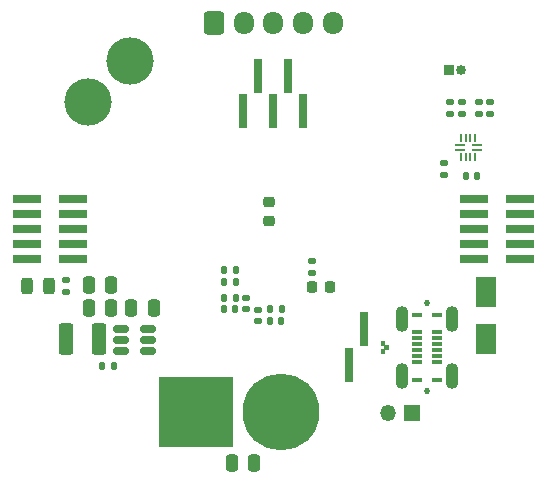
<source format=gts>
%TF.GenerationSoftware,KiCad,Pcbnew,(6.0.9)*%
%TF.CreationDate,2023-02-03T11:40:43+01:00*%
%TF.ProjectId,BatteryManagementBoard,42617474-6572-4794-9d61-6e6167656d65,rev?*%
%TF.SameCoordinates,Original*%
%TF.FileFunction,Soldermask,Top*%
%TF.FilePolarity,Negative*%
%FSLAX46Y46*%
G04 Gerber Fmt 4.6, Leading zero omitted, Abs format (unit mm)*
G04 Created by KiCad (PCBNEW (6.0.9)) date 2023-02-03 11:40:43*
%MOMM*%
%LPD*%
G01*
G04 APERTURE LIST*
G04 Aperture macros list*
%AMRoundRect*
0 Rectangle with rounded corners*
0 $1 Rounding radius*
0 $2 $3 $4 $5 $6 $7 $8 $9 X,Y pos of 4 corners*
0 Add a 4 corners polygon primitive as box body*
4,1,4,$2,$3,$4,$5,$6,$7,$8,$9,$2,$3,0*
0 Add four circle primitives for the rounded corners*
1,1,$1+$1,$2,$3*
1,1,$1+$1,$4,$5*
1,1,$1+$1,$6,$7*
1,1,$1+$1,$8,$9*
0 Add four rect primitives between the rounded corners*
20,1,$1+$1,$2,$3,$4,$5,0*
20,1,$1+$1,$4,$5,$6,$7,0*
20,1,$1+$1,$6,$7,$8,$9,0*
20,1,$1+$1,$8,$9,$2,$3,0*%
G04 Aperture macros list end*
%ADD10C,0.010000*%
%ADD11RoundRect,0.250000X0.375000X1.075000X-0.375000X1.075000X-0.375000X-1.075000X0.375000X-1.075000X0*%
%ADD12RoundRect,0.225000X-0.225000X-0.250000X0.225000X-0.250000X0.225000X0.250000X-0.225000X0.250000X0*%
%ADD13RoundRect,0.135000X0.135000X0.185000X-0.135000X0.185000X-0.135000X-0.185000X0.135000X-0.185000X0*%
%ADD14RoundRect,0.140000X-0.140000X-0.170000X0.140000X-0.170000X0.140000X0.170000X-0.140000X0.170000X0*%
%ADD15RoundRect,0.050000X0.375000X0.050000X-0.375000X0.050000X-0.375000X-0.050000X0.375000X-0.050000X0*%
%ADD16RoundRect,0.050000X0.050000X0.275000X-0.050000X0.275000X-0.050000X-0.275000X0.050000X-0.275000X0*%
%ADD17RoundRect,0.140000X0.140000X0.170000X-0.140000X0.170000X-0.140000X-0.170000X0.140000X-0.170000X0*%
%ADD18C,0.520000*%
%ADD19R,0.870000X0.300000*%
%ADD20O,1.100000X2.200000*%
%ADD21R,0.850000X0.850000*%
%ADD22O,0.850000X0.850000*%
%ADD23RoundRect,0.140000X-0.170000X0.140000X-0.170000X-0.140000X0.170000X-0.140000X0.170000X0.140000X0*%
%ADD24RoundRect,0.225000X0.250000X-0.225000X0.250000X0.225000X-0.250000X0.225000X-0.250000X-0.225000X0*%
%ADD25RoundRect,0.150000X0.512500X0.150000X-0.512500X0.150000X-0.512500X-0.150000X0.512500X-0.150000X0*%
%ADD26R,1.800000X2.500000*%
%ADD27R,2.400000X0.740000*%
%ADD28RoundRect,0.250000X0.250000X0.475000X-0.250000X0.475000X-0.250000X-0.475000X0.250000X-0.475000X0*%
%ADD29RoundRect,0.135000X-0.185000X0.135000X-0.185000X-0.135000X0.185000X-0.135000X0.185000X0.135000X0*%
%ADD30R,0.650000X3.000000*%
%ADD31RoundRect,0.135000X0.185000X-0.135000X0.185000X0.135000X-0.185000X0.135000X-0.185000X-0.135000X0*%
%ADD32RoundRect,0.135000X-0.135000X-0.185000X0.135000X-0.185000X0.135000X0.185000X-0.135000X0.185000X0*%
%ADD33RoundRect,0.243750X-0.243750X-0.456250X0.243750X-0.456250X0.243750X0.456250X-0.243750X0.456250X0*%
%ADD34RoundRect,0.250000X-0.250000X-0.475000X0.250000X-0.475000X0.250000X0.475000X-0.250000X0.475000X0*%
%ADD35R,1.350000X1.350000*%
%ADD36O,1.350000X1.350000*%
%ADD37RoundRect,0.250000X-0.600000X-0.725000X0.600000X-0.725000X0.600000X0.725000X-0.600000X0.725000X0*%
%ADD38O,1.700000X1.950000*%
%ADD39C,6.500000*%
%ADD40R,6.300000X6.000000*%
%ADD41C,4.000000*%
G04 APERTURE END LIST*
G36*
X159358000Y-110191000D02*
G01*
X159360000Y-110191000D01*
X159363000Y-110192000D01*
X159365000Y-110192000D01*
X159368000Y-110193000D01*
X159370000Y-110194000D01*
X159373000Y-110195000D01*
X159375000Y-110197000D01*
X159377000Y-110198000D01*
X159379000Y-110200000D01*
X159381000Y-110201000D01*
X159389000Y-110209000D01*
X159390000Y-110211000D01*
X159392000Y-110213000D01*
X159393000Y-110215000D01*
X159395000Y-110217000D01*
X159396000Y-110220000D01*
X159397000Y-110222000D01*
X159398000Y-110225000D01*
X159398000Y-110227000D01*
X159399000Y-110230000D01*
X159399000Y-110232000D01*
X159400000Y-110235000D01*
X159400000Y-110445000D01*
X159399000Y-110448000D01*
X159399000Y-110450000D01*
X159398000Y-110453000D01*
X159398000Y-110455000D01*
X159397000Y-110458000D01*
X159396000Y-110460000D01*
X159395000Y-110463000D01*
X159393000Y-110465000D01*
X159392000Y-110467000D01*
X159390000Y-110469000D01*
X159389000Y-110471000D01*
X159381000Y-110479000D01*
X159379000Y-110480000D01*
X159377000Y-110482000D01*
X159375000Y-110483000D01*
X159373000Y-110485000D01*
X159370000Y-110486000D01*
X159368000Y-110487000D01*
X159365000Y-110488000D01*
X159363000Y-110488000D01*
X159360000Y-110489000D01*
X159358000Y-110489000D01*
X159355000Y-110490000D01*
X159145000Y-110490000D01*
X159142000Y-110489000D01*
X159140000Y-110489000D01*
X159137000Y-110488000D01*
X159135000Y-110488000D01*
X159132000Y-110487000D01*
X159130000Y-110486000D01*
X159127000Y-110485000D01*
X159125000Y-110483000D01*
X159123000Y-110482000D01*
X159121000Y-110480000D01*
X159119000Y-110479000D01*
X159111000Y-110471000D01*
X159110000Y-110469000D01*
X159108000Y-110467000D01*
X159107000Y-110465000D01*
X159105000Y-110463000D01*
X159104000Y-110460000D01*
X159103000Y-110458000D01*
X159102000Y-110455000D01*
X159102000Y-110453000D01*
X159101000Y-110450000D01*
X159101000Y-110448000D01*
X159100000Y-110445000D01*
X159100000Y-110235000D01*
X159101000Y-110232000D01*
X159101000Y-110230000D01*
X159102000Y-110227000D01*
X159102000Y-110225000D01*
X159103000Y-110222000D01*
X159104000Y-110220000D01*
X159105000Y-110217000D01*
X159107000Y-110215000D01*
X159108000Y-110213000D01*
X159110000Y-110211000D01*
X159111000Y-110209000D01*
X159119000Y-110201000D01*
X159121000Y-110200000D01*
X159123000Y-110198000D01*
X159125000Y-110197000D01*
X159127000Y-110195000D01*
X159130000Y-110194000D01*
X159132000Y-110193000D01*
X159135000Y-110192000D01*
X159137000Y-110192000D01*
X159140000Y-110191000D01*
X159142000Y-110191000D01*
X159145000Y-110190000D01*
X159355000Y-110190000D01*
X159358000Y-110191000D01*
G37*
D10*
X159358000Y-110191000D02*
X159360000Y-110191000D01*
X159363000Y-110192000D01*
X159365000Y-110192000D01*
X159368000Y-110193000D01*
X159370000Y-110194000D01*
X159373000Y-110195000D01*
X159375000Y-110197000D01*
X159377000Y-110198000D01*
X159379000Y-110200000D01*
X159381000Y-110201000D01*
X159389000Y-110209000D01*
X159390000Y-110211000D01*
X159392000Y-110213000D01*
X159393000Y-110215000D01*
X159395000Y-110217000D01*
X159396000Y-110220000D01*
X159397000Y-110222000D01*
X159398000Y-110225000D01*
X159398000Y-110227000D01*
X159399000Y-110230000D01*
X159399000Y-110232000D01*
X159400000Y-110235000D01*
X159400000Y-110445000D01*
X159399000Y-110448000D01*
X159399000Y-110450000D01*
X159398000Y-110453000D01*
X159398000Y-110455000D01*
X159397000Y-110458000D01*
X159396000Y-110460000D01*
X159395000Y-110463000D01*
X159393000Y-110465000D01*
X159392000Y-110467000D01*
X159390000Y-110469000D01*
X159389000Y-110471000D01*
X159381000Y-110479000D01*
X159379000Y-110480000D01*
X159377000Y-110482000D01*
X159375000Y-110483000D01*
X159373000Y-110485000D01*
X159370000Y-110486000D01*
X159368000Y-110487000D01*
X159365000Y-110488000D01*
X159363000Y-110488000D01*
X159360000Y-110489000D01*
X159358000Y-110489000D01*
X159355000Y-110490000D01*
X159145000Y-110490000D01*
X159142000Y-110489000D01*
X159140000Y-110489000D01*
X159137000Y-110488000D01*
X159135000Y-110488000D01*
X159132000Y-110487000D01*
X159130000Y-110486000D01*
X159127000Y-110485000D01*
X159125000Y-110483000D01*
X159123000Y-110482000D01*
X159121000Y-110480000D01*
X159119000Y-110479000D01*
X159111000Y-110471000D01*
X159110000Y-110469000D01*
X159108000Y-110467000D01*
X159107000Y-110465000D01*
X159105000Y-110463000D01*
X159104000Y-110460000D01*
X159103000Y-110458000D01*
X159102000Y-110455000D01*
X159102000Y-110453000D01*
X159101000Y-110450000D01*
X159101000Y-110448000D01*
X159100000Y-110445000D01*
X159100000Y-110235000D01*
X159101000Y-110232000D01*
X159101000Y-110230000D01*
X159102000Y-110227000D01*
X159102000Y-110225000D01*
X159103000Y-110222000D01*
X159104000Y-110220000D01*
X159105000Y-110217000D01*
X159107000Y-110215000D01*
X159108000Y-110213000D01*
X159110000Y-110211000D01*
X159111000Y-110209000D01*
X159119000Y-110201000D01*
X159121000Y-110200000D01*
X159123000Y-110198000D01*
X159125000Y-110197000D01*
X159127000Y-110195000D01*
X159130000Y-110194000D01*
X159132000Y-110193000D01*
X159135000Y-110192000D01*
X159137000Y-110192000D01*
X159140000Y-110191000D01*
X159142000Y-110191000D01*
X159145000Y-110190000D01*
X159355000Y-110190000D01*
X159358000Y-110191000D01*
G36*
X159658000Y-109851000D02*
G01*
X159660000Y-109851000D01*
X159663000Y-109852000D01*
X159665000Y-109852000D01*
X159668000Y-109853000D01*
X159670000Y-109854000D01*
X159673000Y-109855000D01*
X159675000Y-109857000D01*
X159677000Y-109858000D01*
X159679000Y-109860000D01*
X159681000Y-109861000D01*
X159689000Y-109869000D01*
X159690000Y-109871000D01*
X159692000Y-109873000D01*
X159693000Y-109875000D01*
X159695000Y-109877000D01*
X159696000Y-109880000D01*
X159697000Y-109882000D01*
X159698000Y-109885000D01*
X159698000Y-109887000D01*
X159699000Y-109890000D01*
X159699000Y-109892000D01*
X159700000Y-109895000D01*
X159700000Y-110105000D01*
X159699000Y-110108000D01*
X159699000Y-110110000D01*
X159698000Y-110113000D01*
X159698000Y-110115000D01*
X159697000Y-110118000D01*
X159696000Y-110120000D01*
X159695000Y-110123000D01*
X159693000Y-110125000D01*
X159692000Y-110127000D01*
X159690000Y-110129000D01*
X159689000Y-110131000D01*
X159681000Y-110139000D01*
X159679000Y-110140000D01*
X159677000Y-110142000D01*
X159675000Y-110143000D01*
X159673000Y-110145000D01*
X159670000Y-110146000D01*
X159668000Y-110147000D01*
X159665000Y-110148000D01*
X159663000Y-110148000D01*
X159660000Y-110149000D01*
X159658000Y-110149000D01*
X159655000Y-110150000D01*
X159445000Y-110150000D01*
X159442000Y-110149000D01*
X159440000Y-110149000D01*
X159437000Y-110148000D01*
X159435000Y-110148000D01*
X159432000Y-110147000D01*
X159430000Y-110146000D01*
X159427000Y-110145000D01*
X159425000Y-110143000D01*
X159423000Y-110142000D01*
X159421000Y-110140000D01*
X159419000Y-110139000D01*
X159411000Y-110131000D01*
X159410000Y-110129000D01*
X159408000Y-110127000D01*
X159407000Y-110125000D01*
X159405000Y-110123000D01*
X159404000Y-110120000D01*
X159403000Y-110118000D01*
X159402000Y-110115000D01*
X159402000Y-110113000D01*
X159401000Y-110110000D01*
X159401000Y-110108000D01*
X159400000Y-110105000D01*
X159400000Y-109895000D01*
X159401000Y-109892000D01*
X159401000Y-109890000D01*
X159402000Y-109887000D01*
X159402000Y-109885000D01*
X159403000Y-109882000D01*
X159404000Y-109880000D01*
X159405000Y-109877000D01*
X159407000Y-109875000D01*
X159408000Y-109873000D01*
X159410000Y-109871000D01*
X159411000Y-109869000D01*
X159419000Y-109861000D01*
X159421000Y-109860000D01*
X159423000Y-109858000D01*
X159425000Y-109857000D01*
X159427000Y-109855000D01*
X159430000Y-109854000D01*
X159432000Y-109853000D01*
X159435000Y-109852000D01*
X159437000Y-109852000D01*
X159440000Y-109851000D01*
X159442000Y-109851000D01*
X159445000Y-109850000D01*
X159655000Y-109850000D01*
X159658000Y-109851000D01*
G37*
X159658000Y-109851000D02*
X159660000Y-109851000D01*
X159663000Y-109852000D01*
X159665000Y-109852000D01*
X159668000Y-109853000D01*
X159670000Y-109854000D01*
X159673000Y-109855000D01*
X159675000Y-109857000D01*
X159677000Y-109858000D01*
X159679000Y-109860000D01*
X159681000Y-109861000D01*
X159689000Y-109869000D01*
X159690000Y-109871000D01*
X159692000Y-109873000D01*
X159693000Y-109875000D01*
X159695000Y-109877000D01*
X159696000Y-109880000D01*
X159697000Y-109882000D01*
X159698000Y-109885000D01*
X159698000Y-109887000D01*
X159699000Y-109890000D01*
X159699000Y-109892000D01*
X159700000Y-109895000D01*
X159700000Y-110105000D01*
X159699000Y-110108000D01*
X159699000Y-110110000D01*
X159698000Y-110113000D01*
X159698000Y-110115000D01*
X159697000Y-110118000D01*
X159696000Y-110120000D01*
X159695000Y-110123000D01*
X159693000Y-110125000D01*
X159692000Y-110127000D01*
X159690000Y-110129000D01*
X159689000Y-110131000D01*
X159681000Y-110139000D01*
X159679000Y-110140000D01*
X159677000Y-110142000D01*
X159675000Y-110143000D01*
X159673000Y-110145000D01*
X159670000Y-110146000D01*
X159668000Y-110147000D01*
X159665000Y-110148000D01*
X159663000Y-110148000D01*
X159660000Y-110149000D01*
X159658000Y-110149000D01*
X159655000Y-110150000D01*
X159445000Y-110150000D01*
X159442000Y-110149000D01*
X159440000Y-110149000D01*
X159437000Y-110148000D01*
X159435000Y-110148000D01*
X159432000Y-110147000D01*
X159430000Y-110146000D01*
X159427000Y-110145000D01*
X159425000Y-110143000D01*
X159423000Y-110142000D01*
X159421000Y-110140000D01*
X159419000Y-110139000D01*
X159411000Y-110131000D01*
X159410000Y-110129000D01*
X159408000Y-110127000D01*
X159407000Y-110125000D01*
X159405000Y-110123000D01*
X159404000Y-110120000D01*
X159403000Y-110118000D01*
X159402000Y-110115000D01*
X159402000Y-110113000D01*
X159401000Y-110110000D01*
X159401000Y-110108000D01*
X159400000Y-110105000D01*
X159400000Y-109895000D01*
X159401000Y-109892000D01*
X159401000Y-109890000D01*
X159402000Y-109887000D01*
X159402000Y-109885000D01*
X159403000Y-109882000D01*
X159404000Y-109880000D01*
X159405000Y-109877000D01*
X159407000Y-109875000D01*
X159408000Y-109873000D01*
X159410000Y-109871000D01*
X159411000Y-109869000D01*
X159419000Y-109861000D01*
X159421000Y-109860000D01*
X159423000Y-109858000D01*
X159425000Y-109857000D01*
X159427000Y-109855000D01*
X159430000Y-109854000D01*
X159432000Y-109853000D01*
X159435000Y-109852000D01*
X159437000Y-109852000D01*
X159440000Y-109851000D01*
X159442000Y-109851000D01*
X159445000Y-109850000D01*
X159655000Y-109850000D01*
X159658000Y-109851000D01*
G36*
X159358000Y-109511000D02*
G01*
X159360000Y-109511000D01*
X159363000Y-109512000D01*
X159365000Y-109512000D01*
X159368000Y-109513000D01*
X159370000Y-109514000D01*
X159373000Y-109515000D01*
X159375000Y-109517000D01*
X159377000Y-109518000D01*
X159379000Y-109520000D01*
X159381000Y-109521000D01*
X159389000Y-109529000D01*
X159390000Y-109531000D01*
X159392000Y-109533000D01*
X159393000Y-109535000D01*
X159395000Y-109537000D01*
X159396000Y-109540000D01*
X159397000Y-109542000D01*
X159398000Y-109545000D01*
X159398000Y-109547000D01*
X159399000Y-109550000D01*
X159399000Y-109552000D01*
X159400000Y-109555000D01*
X159400000Y-109765000D01*
X159399000Y-109768000D01*
X159399000Y-109770000D01*
X159398000Y-109773000D01*
X159398000Y-109775000D01*
X159397000Y-109778000D01*
X159396000Y-109780000D01*
X159395000Y-109783000D01*
X159393000Y-109785000D01*
X159392000Y-109787000D01*
X159390000Y-109789000D01*
X159389000Y-109791000D01*
X159381000Y-109799000D01*
X159379000Y-109800000D01*
X159377000Y-109802000D01*
X159375000Y-109803000D01*
X159373000Y-109805000D01*
X159370000Y-109806000D01*
X159368000Y-109807000D01*
X159365000Y-109808000D01*
X159363000Y-109808000D01*
X159360000Y-109809000D01*
X159358000Y-109809000D01*
X159355000Y-109810000D01*
X159145000Y-109810000D01*
X159142000Y-109809000D01*
X159140000Y-109809000D01*
X159137000Y-109808000D01*
X159135000Y-109808000D01*
X159132000Y-109807000D01*
X159130000Y-109806000D01*
X159127000Y-109805000D01*
X159125000Y-109803000D01*
X159123000Y-109802000D01*
X159121000Y-109800000D01*
X159119000Y-109799000D01*
X159111000Y-109791000D01*
X159110000Y-109789000D01*
X159108000Y-109787000D01*
X159107000Y-109785000D01*
X159105000Y-109783000D01*
X159104000Y-109780000D01*
X159103000Y-109778000D01*
X159102000Y-109775000D01*
X159102000Y-109773000D01*
X159101000Y-109770000D01*
X159101000Y-109768000D01*
X159100000Y-109765000D01*
X159100000Y-109555000D01*
X159101000Y-109552000D01*
X159101000Y-109550000D01*
X159102000Y-109547000D01*
X159102000Y-109545000D01*
X159103000Y-109542000D01*
X159104000Y-109540000D01*
X159105000Y-109537000D01*
X159107000Y-109535000D01*
X159108000Y-109533000D01*
X159110000Y-109531000D01*
X159111000Y-109529000D01*
X159119000Y-109521000D01*
X159121000Y-109520000D01*
X159123000Y-109518000D01*
X159125000Y-109517000D01*
X159127000Y-109515000D01*
X159130000Y-109514000D01*
X159132000Y-109513000D01*
X159135000Y-109512000D01*
X159137000Y-109512000D01*
X159140000Y-109511000D01*
X159142000Y-109511000D01*
X159145000Y-109510000D01*
X159355000Y-109510000D01*
X159358000Y-109511000D01*
G37*
X159358000Y-109511000D02*
X159360000Y-109511000D01*
X159363000Y-109512000D01*
X159365000Y-109512000D01*
X159368000Y-109513000D01*
X159370000Y-109514000D01*
X159373000Y-109515000D01*
X159375000Y-109517000D01*
X159377000Y-109518000D01*
X159379000Y-109520000D01*
X159381000Y-109521000D01*
X159389000Y-109529000D01*
X159390000Y-109531000D01*
X159392000Y-109533000D01*
X159393000Y-109535000D01*
X159395000Y-109537000D01*
X159396000Y-109540000D01*
X159397000Y-109542000D01*
X159398000Y-109545000D01*
X159398000Y-109547000D01*
X159399000Y-109550000D01*
X159399000Y-109552000D01*
X159400000Y-109555000D01*
X159400000Y-109765000D01*
X159399000Y-109768000D01*
X159399000Y-109770000D01*
X159398000Y-109773000D01*
X159398000Y-109775000D01*
X159397000Y-109778000D01*
X159396000Y-109780000D01*
X159395000Y-109783000D01*
X159393000Y-109785000D01*
X159392000Y-109787000D01*
X159390000Y-109789000D01*
X159389000Y-109791000D01*
X159381000Y-109799000D01*
X159379000Y-109800000D01*
X159377000Y-109802000D01*
X159375000Y-109803000D01*
X159373000Y-109805000D01*
X159370000Y-109806000D01*
X159368000Y-109807000D01*
X159365000Y-109808000D01*
X159363000Y-109808000D01*
X159360000Y-109809000D01*
X159358000Y-109809000D01*
X159355000Y-109810000D01*
X159145000Y-109810000D01*
X159142000Y-109809000D01*
X159140000Y-109809000D01*
X159137000Y-109808000D01*
X159135000Y-109808000D01*
X159132000Y-109807000D01*
X159130000Y-109806000D01*
X159127000Y-109805000D01*
X159125000Y-109803000D01*
X159123000Y-109802000D01*
X159121000Y-109800000D01*
X159119000Y-109799000D01*
X159111000Y-109791000D01*
X159110000Y-109789000D01*
X159108000Y-109787000D01*
X159107000Y-109785000D01*
X159105000Y-109783000D01*
X159104000Y-109780000D01*
X159103000Y-109778000D01*
X159102000Y-109775000D01*
X159102000Y-109773000D01*
X159101000Y-109770000D01*
X159101000Y-109768000D01*
X159100000Y-109765000D01*
X159100000Y-109555000D01*
X159101000Y-109552000D01*
X159101000Y-109550000D01*
X159102000Y-109547000D01*
X159102000Y-109545000D01*
X159103000Y-109542000D01*
X159104000Y-109540000D01*
X159105000Y-109537000D01*
X159107000Y-109535000D01*
X159108000Y-109533000D01*
X159110000Y-109531000D01*
X159111000Y-109529000D01*
X159119000Y-109521000D01*
X159121000Y-109520000D01*
X159123000Y-109518000D01*
X159125000Y-109517000D01*
X159127000Y-109515000D01*
X159130000Y-109514000D01*
X159132000Y-109513000D01*
X159135000Y-109512000D01*
X159137000Y-109512000D01*
X159140000Y-109511000D01*
X159142000Y-109511000D01*
X159145000Y-109510000D01*
X159355000Y-109510000D01*
X159358000Y-109511000D01*
D11*
X135200000Y-109300000D03*
X132400000Y-109300000D03*
D12*
X153225000Y-104900000D03*
X154775000Y-104900000D03*
D13*
X146810000Y-103500000D03*
X145790000Y-103500000D03*
D14*
X145820000Y-106800000D03*
X146780000Y-106800000D03*
D15*
X167205000Y-93280000D03*
X167205000Y-92880000D03*
D16*
X167080000Y-92255000D03*
X166680000Y-92255000D03*
X166280000Y-92255000D03*
X165880000Y-92255000D03*
D15*
X165755000Y-92880000D03*
X165755000Y-93280000D03*
D16*
X165880000Y-93905000D03*
X166280000Y-93905000D03*
X166680000Y-93905000D03*
X167080000Y-93905000D03*
D14*
X135520000Y-111600000D03*
X136480000Y-111600000D03*
D17*
X167230000Y-95500000D03*
X166270000Y-95500000D03*
D18*
X163000000Y-113750000D03*
X163000000Y-106250000D03*
D19*
X163865000Y-107250000D03*
X163865000Y-108750000D03*
X163865000Y-109250000D03*
X163865000Y-109750000D03*
X163865000Y-110250000D03*
X163865000Y-110750000D03*
X163865000Y-111250000D03*
X163865000Y-112750000D03*
X162135000Y-112750000D03*
X162135000Y-111250000D03*
X162135000Y-110750000D03*
X162135000Y-110250000D03*
X162135000Y-109750000D03*
X162135000Y-109250000D03*
X162135000Y-108750000D03*
X162135000Y-107250000D03*
D20*
X165150000Y-107600000D03*
X160850000Y-107600000D03*
X165150000Y-112400000D03*
X160850000Y-112400000D03*
D21*
X164850000Y-86550000D03*
D22*
X165850000Y-86550000D03*
D23*
X148700000Y-106820000D03*
X148700000Y-107780000D03*
D24*
X149600000Y-99300000D03*
X149600000Y-97750000D03*
D25*
X139337500Y-110350000D03*
X139337500Y-109400000D03*
X139337500Y-108450000D03*
X137062500Y-108450000D03*
X137062500Y-109400000D03*
X137062500Y-110350000D03*
D13*
X150710000Y-106800000D03*
X149690000Y-106800000D03*
D26*
X168000000Y-109300000D03*
X168000000Y-105300000D03*
D27*
X133050000Y-102540000D03*
X129150000Y-102540000D03*
X133050000Y-101270000D03*
X129150000Y-101270000D03*
X133050000Y-100000000D03*
X129150000Y-100000000D03*
X133050000Y-98730000D03*
X129150000Y-98730000D03*
X133050000Y-97460000D03*
X129150000Y-97460000D03*
D28*
X139850000Y-106700000D03*
X137950000Y-106700000D03*
D29*
X153300000Y-102690000D03*
X153300000Y-103710000D03*
X164440000Y-94420000D03*
X164440000Y-95440000D03*
D30*
X157635000Y-108500000D03*
X156365000Y-111500000D03*
D31*
X132400000Y-105310000D03*
X132400000Y-104290000D03*
D29*
X164970000Y-89250000D03*
X164970000Y-90270000D03*
D32*
X145790000Y-104500000D03*
X146810000Y-104500000D03*
D33*
X129162500Y-104800000D03*
X131037500Y-104800000D03*
D31*
X168370000Y-90260000D03*
X168370000Y-89240000D03*
D29*
X167370000Y-89230000D03*
X167370000Y-90250000D03*
D31*
X166000000Y-90270000D03*
X166000000Y-89250000D03*
D32*
X145790000Y-105800000D03*
X146810000Y-105800000D03*
D27*
X170850000Y-102540000D03*
X166950000Y-102540000D03*
X170850000Y-101270000D03*
X166950000Y-101270000D03*
X170850000Y-100000000D03*
X166950000Y-100000000D03*
X170850000Y-98730000D03*
X166950000Y-98730000D03*
X170850000Y-97460000D03*
X166950000Y-97460000D03*
D34*
X146450000Y-119800000D03*
X148350000Y-119800000D03*
D23*
X147700000Y-105820000D03*
X147700000Y-106780000D03*
D30*
X147460000Y-90000000D03*
X148730000Y-87000000D03*
X150000000Y-90000000D03*
X151270000Y-87000000D03*
X152540000Y-90000000D03*
D17*
X150680000Y-107800000D03*
X149720000Y-107800000D03*
D34*
X134350000Y-106700000D03*
X136250000Y-106700000D03*
X134350000Y-104700000D03*
X136250000Y-104700000D03*
D35*
X161700000Y-115600000D03*
D36*
X159700000Y-115600000D03*
D37*
X145000000Y-82525000D03*
D38*
X147500000Y-82525000D03*
X150000000Y-82525000D03*
X152500000Y-82525000D03*
X155000000Y-82525000D03*
D39*
X150600000Y-115500000D03*
D40*
X143400000Y-115500000D03*
D41*
X137817767Y-85732233D03*
X134282233Y-89267767D03*
M02*

</source>
